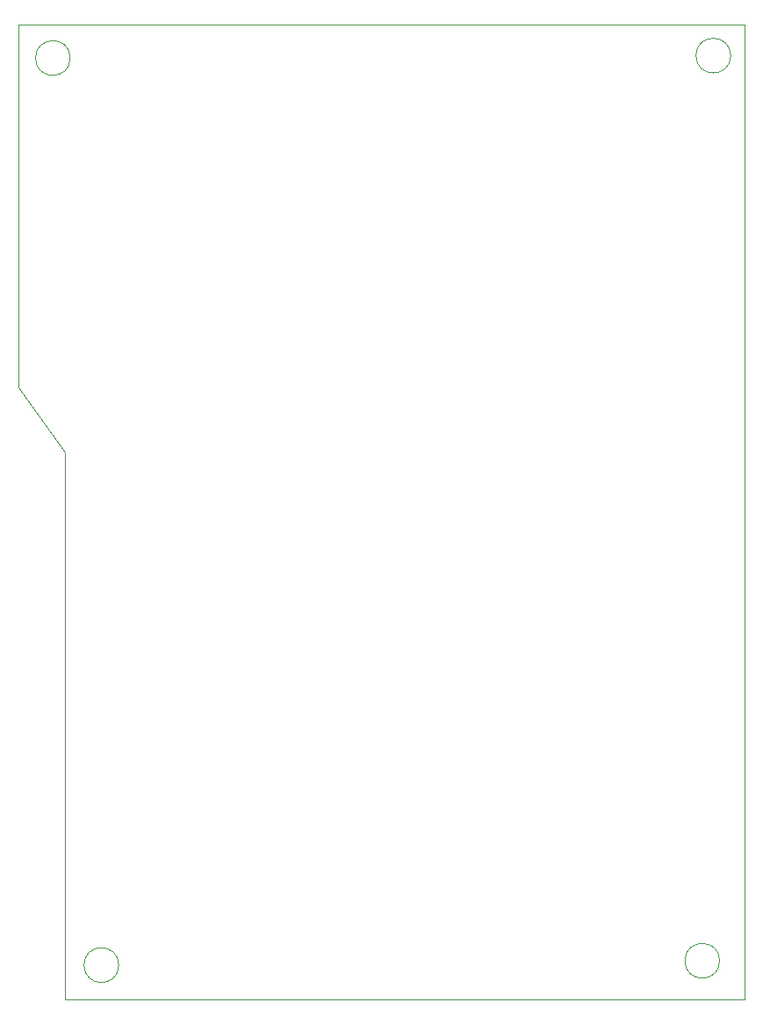
<source format=gbr>
%TF.GenerationSoftware,KiCad,Pcbnew,9.0.2*%
%TF.CreationDate,2025-09-24T13:25:18+05:30*%
%TF.ProjectId,UNO STEMc3.1,554e4f20-5354-4454-9d63-332e312e6b69,rev?*%
%TF.SameCoordinates,Original*%
%TF.FileFunction,Profile,NP*%
%FSLAX46Y46*%
G04 Gerber Fmt 4.6, Leading zero omitted, Abs format (unit mm)*
G04 Created by KiCad (PCBNEW 9.0.2) date 2025-09-24 13:25:18*
%MOMM*%
%LPD*%
G01*
G04 APERTURE LIST*
%TA.AperFunction,Profile*%
%ADD10C,0.050000*%
%TD*%
G04 APERTURE END LIST*
D10*
X62000000Y-119000000D02*
X62000000Y-84000000D01*
X129621597Y-174282905D02*
G75*
G02*
X126267495Y-174282905I-1677051J0D01*
G01*
X126267495Y-174282905D02*
G75*
G02*
X129621597Y-174282905I1677051J0D01*
G01*
X62000000Y-119000000D02*
X66500000Y-125250000D01*
X66500000Y-125250000D02*
X66500000Y-178000000D01*
X71677051Y-174697949D02*
G75*
G02*
X68322949Y-174697949I-1677051J0D01*
G01*
X68322949Y-174697949D02*
G75*
G02*
X71677051Y-174697949I1677051J0D01*
G01*
X132000000Y-84000000D02*
X132000000Y-178000000D01*
X130687033Y-87016586D02*
G75*
G02*
X127332931Y-87016586I-1677051J0D01*
G01*
X127332931Y-87016586D02*
G75*
G02*
X130687033Y-87016586I1677051J0D01*
G01*
X132000000Y-84000000D02*
X62000000Y-84000000D01*
X66500000Y-178000000D02*
X132000000Y-178000000D01*
X67000000Y-87250000D02*
G75*
G02*
X63645898Y-87250000I-1677051J0D01*
G01*
X63645898Y-87250000D02*
G75*
G02*
X67000000Y-87250000I1677051J0D01*
G01*
M02*

</source>
